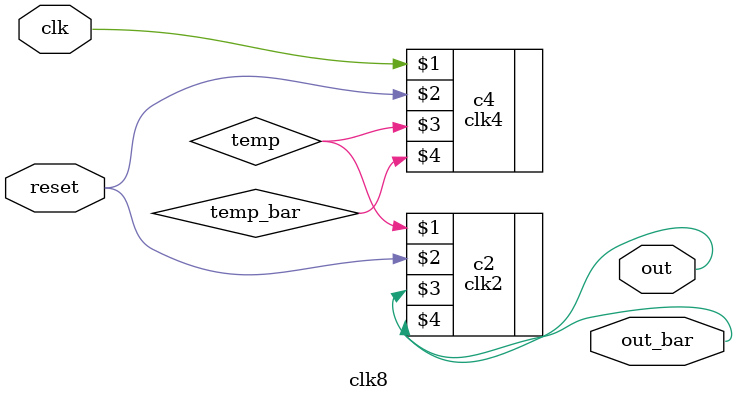
<source format=v>
module clk8(clk,reset,out,out_bar);

input clk,reset;
output out,out_bar;
wire temp,temp_bar;
//module dffe_reg(q, d, clk, en, clr);
clk4 c4(clk,reset,temp,temp_bar);
clk2 c2(temp,reset,out,out_bar);

endmodule

</source>
